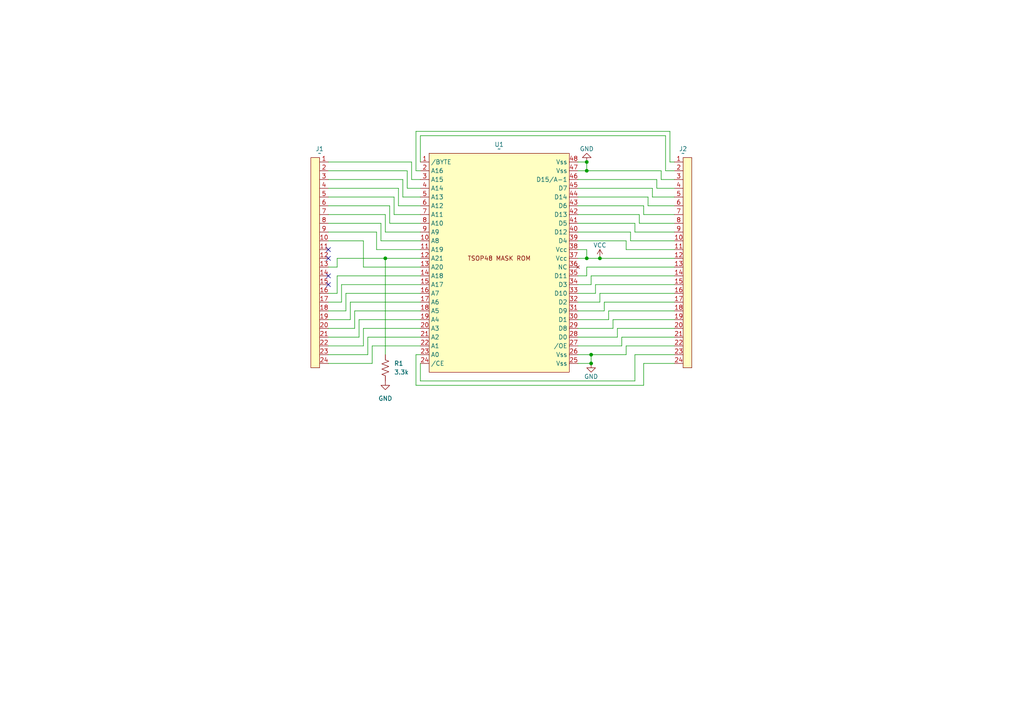
<source format=kicad_sch>
(kicad_sch (version 20230121) (generator eeschema)
  (paper "A4")
  (lib_symbols
    (symbol "Device:R_US" (pin_numbers hide) (pin_names (offset 0))
      (property "Reference" "R" (at 2.54 0 90))
      (property "Value" "R_US" (at -2.54 0 90))
      (symbol "R_US_0_1"
        (polyline (pts (xy 0 -2.286) (xy 0 -2.54)))
        (polyline (pts (xy 0 2.286) (xy 0 2.54)))
        (polyline (pts (xy 0 -0.762) (xy 1.016 -1.143) (xy 0 -1.524) (xy -1.016 -1.905) (xy 0 -2.286)))
        (polyline (pts (xy 0 0.762) (xy 1.016 0.381) (xy 0 0) (xy -1.016 -0.381) (xy 0 -0.762)))
        (polyline (pts (xy 0 2.286) (xy 1.016 1.905) (xy 0 1.524) (xy -1.016 1.143) (xy 0 0.762)))
      )
      (symbol "R_US_1_1"
        (pin passive line (at 0 3.81 270) (length 1.27) (name "~") (number "1"))
        (pin passive line (at 0 -3.81 90) (length 1.27) (name "~") (number "2"))
      )
    )
    (symbol "connector_1"
      (property "Reference" "J" (at 0 0 0))
      (symbol "connector_1_1_1"
        (rectangle (start 0 -1.27) (end 2.54 -62.23) (fill (type background)))
        (pin unspecified line (at -2.54 -2.54 0) (length 2.54) (name "") (number "1"))
        (pin unspecified line (at -2.54 -25.4 0) (length 2.54) (name "") (number "10"))
        (pin unspecified line (at -2.54 -27.94 0) (length 2.54) (name "") (number "11"))
        (pin unspecified line (at -2.54 -30.48 0) (length 2.54) (name "") (number "12"))
        (pin unspecified line (at -2.54 -33.02 0) (length 2.54) (name "") (number "13"))
        (pin unspecified line (at -2.54 -35.56 0) (length 2.54) (name "") (number "14"))
        (pin unspecified line (at -2.54 -38.1 0) (length 2.54) (name "") (number "15"))
        (pin unspecified line (at -2.54 -40.64 0) (length 2.54) (name "") (number "16"))
        (pin unspecified line (at -2.54 -43.18 0) (length 2.54) (name "") (number "17"))
        (pin unspecified line (at -2.54 -45.72 0) (length 2.54) (name "") (number "18"))
        (pin unspecified line (at -2.54 -48.26 0) (length 2.54) (name "") (number "19"))
        (pin unspecified line (at -2.54 -5.08 0) (length 2.54) (name "") (number "2"))
        (pin unspecified line (at -2.54 -50.8 0) (length 2.54) (name "") (number "20"))
        (pin unspecified line (at -2.54 -53.34 0) (length 2.54) (name "") (number "21"))
        (pin unspecified line (at -2.54 -55.88 0) (length 2.54) (name "") (number "22"))
        (pin unspecified line (at -2.54 -58.42 0) (length 2.54) (name "") (number "23"))
        (pin unspecified line (at -2.54 -60.96 0) (length 2.54) (name "") (number "24"))
        (pin unspecified line (at -2.54 -7.62 0) (length 2.54) (name "") (number "3"))
        (pin unspecified line (at -2.54 -10.16 0) (length 2.54) (name "") (number "4"))
        (pin unspecified line (at -2.54 -12.7 0) (length 2.54) (name "") (number "5"))
        (pin unspecified line (at -2.54 -15.24 0) (length 2.54) (name "") (number "6"))
        (pin unspecified line (at -2.54 -17.78 0) (length 2.54) (name "") (number "7"))
        (pin unspecified line (at -2.54 -20.32 0) (length 2.54) (name "") (number "8"))
        (pin unspecified line (at -2.54 -22.86 0) (length 2.54) (name "") (number "9"))
      )
    )
    (symbol "power:GND" (power) (pin_names (offset 0))
      (property "Value" "GND" (at 0 -3.81 0))
      (symbol "GND_0_1"
        (polyline (pts (xy 0 0) (xy 0 -1.27) (xy 1.27 -1.27) (xy 0 -2.54) (xy -1.27 -1.27) (xy 0 -1.27)))
      )
      (symbol "GND_1_1"
        (pin power_in line (at 0 0 270) (length 0) hide (name "GND") (number "1"))
      )
    )
    (symbol "power:VCC" (power) (pin_names (offset 0))
      (property "Value" "VCC" (at 0 3.81 0))
      (symbol "VCC_0_1"
        (polyline (pts (xy -0.762 1.27) (xy 0 2.54)))
        (polyline (pts (xy 0 0) (xy 0 2.54)))
        (polyline (pts (xy 0 2.54) (xy 0.762 1.27)))
      )
      (symbol "VCC_1_1"
        (pin power_in line (at 0 0 90) (length 0) hide (name "VCC") (number "1"))
      )
    )
    (symbol "tl866-tsop-mrom:connector"
      (property "Reference" "J" (at 0 0 0))
      (symbol "connector_1_1"
        (rectangle (start 0 -1.27) (end 2.54 -62.23) (fill (type background)))
        (pin unspecified line (at -2.54 -2.54 0) (length 2.54) (name "") (number "1"))
        (pin unspecified line (at -2.54 -25.4 0) (length 2.54) (name "") (number "10"))
        (pin unspecified line (at -2.54 -27.94 0) (length 2.54) (name "") (number "11"))
        (pin unspecified line (at -2.54 -30.48 0) (length 2.54) (name "") (number "12"))
        (pin unspecified line (at -2.54 -33.02 0) (length 2.54) (name "") (number "13"))
        (pin unspecified line (at -2.54 -35.56 0) (length 2.54) (name "") (number "14"))
        (pin unspecified line (at -2.54 -38.1 0) (length 2.54) (name "") (number "15"))
        (pin unspecified line (at -2.54 -40.64 0) (length 2.54) (name "") (number "16"))
        (pin unspecified line (at -2.54 -43.18 0) (length 2.54) (name "") (number "17"))
        (pin unspecified line (at -2.54 -45.72 0) (length 2.54) (name "") (number "18"))
        (pin unspecified line (at -2.54 -48.26 0) (length 2.54) (name "") (number "19"))
        (pin unspecified line (at -2.54 -5.08 0) (length 2.54) (name "") (number "2"))
        (pin unspecified line (at -2.54 -50.8 0) (length 2.54) (name "") (number "20"))
        (pin unspecified line (at -2.54 -53.34 0) (length 2.54) (name "") (number "21"))
        (pin unspecified line (at -2.54 -55.88 0) (length 2.54) (name "") (number "22"))
        (pin unspecified line (at -2.54 -58.42 0) (length 2.54) (name "") (number "23"))
        (pin unspecified line (at -2.54 -60.96 0) (length 2.54) (name "") (number "24"))
        (pin unspecified line (at -2.54 -7.62 0) (length 2.54) (name "") (number "3"))
        (pin unspecified line (at -2.54 -10.16 0) (length 2.54) (name "") (number "4"))
        (pin unspecified line (at -2.54 -12.7 0) (length 2.54) (name "") (number "5"))
        (pin unspecified line (at -2.54 -15.24 0) (length 2.54) (name "") (number "6"))
        (pin unspecified line (at -2.54 -17.78 0) (length 2.54) (name "") (number "7"))
        (pin unspecified line (at -2.54 -20.32 0) (length 2.54) (name "") (number "8"))
        (pin unspecified line (at -2.54 -22.86 0) (length 2.54) (name "") (number "9"))
      )
    )
    (symbol "tl866-tsop-mrom:tsop48_maskrom"
      (property "Reference" "U" (at 0 0 0))
      (symbol "tsop48_maskrom_1_1"
        (rectangle (start -20.32 -1.27) (end 20.32 -64.77) (fill (type background)))
        (text "TSOP48 MASK ROM" (at 0 -31.75 0) (effects (font (size 1.27 1.27))))
        (pin input line (at -22.86 -3.81 0) (length 2.54) (name "/BYTE") (number "1"))
        (pin input line (at -22.86 -26.67 0) (length 2.54) (name "A8") (number "10"))
        (pin input line (at -22.86 -29.21 0) (length 2.54) (name "A19") (number "11"))
        (pin input line (at -22.86 -31.75 0) (length 2.54) (name "A21") (number "12"))
        (pin input line (at -22.86 -34.29 0) (length 2.54) (name "A20") (number "13"))
        (pin input line (at -22.86 -36.83 0) (length 2.54) (name "A18") (number "14"))
        (pin input line (at -22.86 -39.37 0) (length 2.54) (name "A17") (number "15"))
        (pin input line (at -22.86 -41.91 0) (length 2.54) (name "A7") (number "16"))
        (pin input line (at -22.86 -44.45 0) (length 2.54) (name "A6") (number "17"))
        (pin input line (at -22.86 -46.99 0) (length 2.54) (name "A5") (number "18"))
        (pin input line (at -22.86 -49.53 0) (length 2.54) (name "A4") (number "19"))
        (pin input line (at -22.86 -6.35 0) (length 2.54) (name "A16") (number "2"))
        (pin input line (at -22.86 -52.07 0) (length 2.54) (name "A3") (number "20"))
        (pin input line (at -22.86 -54.61 0) (length 2.54) (name "A2") (number "21"))
        (pin input line (at -22.86 -57.15 0) (length 2.54) (name "A1") (number "22"))
        (pin input line (at -22.86 -59.69 0) (length 2.54) (name "A0") (number "23"))
        (pin input line (at -22.86 -62.23 0) (length 2.54) (name "/CE") (number "24"))
        (pin power_in line (at 22.86 -62.23 180) (length 2.54) (name "Vss") (number "25"))
        (pin power_in line (at 22.86 -59.69 180) (length 2.54) (name "Vss") (number "26"))
        (pin input line (at 22.86 -57.15 180) (length 2.54) (name "/OE") (number "27"))
        (pin tri_state line (at 22.86 -54.61 180) (length 2.54) (name "D0") (number "28"))
        (pin tri_state line (at 22.86 -52.07 180) (length 2.54) (name "D8") (number "29"))
        (pin input line (at -22.86 -8.89 0) (length 2.54) (name "A15") (number "3"))
        (pin tri_state line (at 22.86 -49.53 180) (length 2.54) (name "D1") (number "30"))
        (pin tri_state line (at 22.86 -46.99 180) (length 2.54) (name "D9") (number "31"))
        (pin tri_state line (at 22.86 -44.45 180) (length 2.54) (name "D2") (number "32"))
        (pin tri_state line (at 22.86 -41.91 180) (length 2.54) (name "D10") (number "33"))
        (pin tri_state line (at 22.86 -39.37 180) (length 2.54) (name "D3") (number "34"))
        (pin tri_state line (at 22.86 -36.83 180) (length 2.54) (name "D11") (number "35"))
        (pin no_connect line (at 22.86 -34.29 180) (length 2.54) (name "NC") (number "36"))
        (pin power_in line (at 22.86 -31.75 180) (length 2.54) (name "Vcc") (number "37"))
        (pin power_in line (at 22.86 -29.21 180) (length 2.54) (name "Vcc") (number "38"))
        (pin tri_state line (at 22.86 -26.67 180) (length 2.54) (name "D4") (number "39"))
        (pin input line (at -22.86 -11.43 0) (length 2.54) (name "A14") (number "4"))
        (pin tri_state line (at 22.86 -24.13 180) (length 2.54) (name "D12") (number "40"))
        (pin tri_state line (at 22.86 -21.59 180) (length 2.54) (name "D5") (number "41"))
        (pin tri_state line (at 22.86 -19.05 180) (length 2.54) (name "D13") (number "42"))
        (pin tri_state line (at 22.86 -16.51 180) (length 2.54) (name "D6") (number "43"))
        (pin tri_state line (at 22.86 -13.97 180) (length 2.54) (name "D14") (number "44"))
        (pin tri_state line (at 22.86 -11.43 180) (length 2.54) (name "D7") (number "45"))
        (pin tri_state line (at 22.86 -8.89 180) (length 2.54) (name "D15/A-1") (number "46"))
        (pin power_in line (at 22.86 -6.35 180) (length 2.54) (name "Vss") (number "47"))
        (pin power_in line (at 22.86 -3.81 180) (length 2.54) (name "Vss") (number "48"))
        (pin input line (at -22.86 -13.97 0) (length 2.54) (name "A13") (number "5"))
        (pin input line (at -22.86 -16.51 0) (length 2.54) (name "A12") (number "6"))
        (pin input line (at -22.86 -19.05 0) (length 2.54) (name "A11") (number "7"))
        (pin input line (at -22.86 -21.59 0) (length 2.54) (name "A10") (number "8"))
        (pin input line (at -22.86 -24.13 0) (length 2.54) (name "A9") (number "9"))
      )
    )
  )
  (junction (at 171.45 102.87))
  (junction (at 170.18 46.99))
  (junction (at 170.18 74.93))
  (junction (at 111.76 74.93))
  (junction (at 170.18 49.53))
  (junction (at 173.99 74.93))
  (junction (at 171.45 105.41))
  (no_connect (at 95.25 72.39))
  (no_connect (at 95.25 74.93))
  (no_connect (at 95.25 82.55))
  (no_connect (at 95.25 80.01))
  (wire (pts (xy 186.69 59.69) (xy 186.69 62.23)))
  (wire (pts (xy 114.3 62.23) (xy 114.3 57.15)))
  (wire (pts (xy 121.92 62.23) (xy 114.3 62.23)))
  (wire (pts (xy 121.92 77.47) (xy 105.41 77.47)))
  (wire (pts (xy 176.53 92.71) (xy 167.64 92.71)))
  (wire (pts (xy 105.41 69.85) (xy 95.25 69.85)))
  (wire (pts (xy 102.87 90.17) (xy 102.87 95.25)))
  (wire (pts (xy 95.25 102.87) (xy 106.68 102.87)))
  (wire (pts (xy 120.65 38.1) (xy 194.31 38.1)))
  (wire (pts (xy 170.18 77.47) (xy 195.58 77.47)))
  (wire (pts (xy 177.8 92.71) (xy 177.8 95.25)))
  (wire (pts (xy 116.84 57.15) (xy 116.84 52.07)))
  (wire (pts (xy 175.26 87.63) (xy 175.26 90.17)))
  (wire (pts (xy 195.58 82.55) (xy 172.72 82.55)))
  (wire (pts (xy 184.15 67.31) (xy 195.58 67.31)))
  (wire (pts (xy 111.76 67.31) (xy 111.76 62.23)))
  (wire (pts (xy 121.92 59.69) (xy 115.57 59.69)))
  (wire (pts (xy 170.18 49.53) (xy 170.18 46.99)))
  (wire (pts (xy 185.42 64.77) (xy 195.58 64.77)))
  (wire (pts (xy 167.64 72.39) (xy 170.18 72.39)))
  (wire (pts (xy 195.58 97.79) (xy 180.34 97.79)))
  (wire (pts (xy 167.64 67.31) (xy 182.88 67.31)))
  (wire (pts (xy 111.76 62.23) (xy 95.25 62.23)))
  (wire (pts (xy 95.25 92.71) (xy 101.6 92.71)))
  (wire (pts (xy 97.79 80.01) (xy 97.79 85.09)))
  (wire (pts (xy 170.18 74.93) (xy 170.18 72.39)))
  (wire (pts (xy 187.96 57.15) (xy 187.96 59.69)))
  (wire (pts (xy 121.92 100.33) (xy 107.95 100.33)))
  (wire (pts (xy 121.92 85.09) (xy 100.33 85.09)))
  (wire (pts (xy 121.92 69.85) (xy 110.49 69.85)))
  (wire (pts (xy 121.92 49.53) (xy 120.65 49.53)))
  (wire (pts (xy 121.92 97.79) (xy 106.68 97.79)))
  (wire (pts (xy 121.92 105.41) (xy 121.92 110.49)))
  (wire (pts (xy 95.25 87.63) (xy 99.06 87.63)))
  (wire (pts (xy 194.31 46.99) (xy 195.58 46.99)))
  (wire (pts (xy 95.25 54.61) (xy 115.57 54.61)))
  (wire (pts (xy 167.64 62.23) (xy 185.42 62.23)))
  (wire (pts (xy 173.99 74.93) (xy 170.18 74.93)))
  (wire (pts (xy 167.64 52.07) (xy 190.5 52.07)))
  (wire (pts (xy 114.3 57.15) (xy 95.25 57.15)))
  (wire (pts (xy 189.23 57.15) (xy 195.58 57.15)))
  (wire (pts (xy 195.58 100.33) (xy 181.61 100.33)))
  (wire (pts (xy 171.45 82.55) (xy 167.64 82.55)))
  (wire (pts (xy 171.45 102.87) (xy 171.45 105.41)))
  (wire (pts (xy 167.64 64.77) (xy 184.15 64.77)))
  (wire (pts (xy 184.15 102.87) (xy 195.58 102.87)))
  (wire (pts (xy 167.64 69.85) (xy 181.61 69.85)))
  (wire (pts (xy 113.03 59.69) (xy 95.25 59.69)))
  (wire (pts (xy 181.61 102.87) (xy 171.45 102.87)))
  (wire (pts (xy 118.11 49.53) (xy 95.25 49.53)))
  (wire (pts (xy 121.92 64.77) (xy 113.03 64.77)))
  (wire (pts (xy 110.49 69.85) (xy 110.49 64.77)))
  (wire (pts (xy 171.45 102.87) (xy 167.64 102.87)))
  (wire (pts (xy 109.22 67.31) (xy 95.25 67.31)))
  (wire (pts (xy 121.92 54.61) (xy 118.11 54.61)))
  (wire (pts (xy 121.92 67.31) (xy 111.76 67.31)))
  (wire (pts (xy 167.64 57.15) (xy 187.96 57.15)))
  (wire (pts (xy 170.18 80.01) (xy 170.18 77.47)))
  (wire (pts (xy 184.15 110.49) (xy 184.15 102.87)))
  (wire (pts (xy 187.96 59.69) (xy 195.58 59.69)))
  (wire (pts (xy 167.64 80.01) (xy 170.18 80.01)))
  (wire (pts (xy 172.72 85.09) (xy 167.64 85.09)))
  (wire (pts (xy 179.07 97.79) (xy 167.64 97.79)))
  (wire (pts (xy 195.58 87.63) (xy 175.26 87.63)))
  (wire (pts (xy 172.72 82.55) (xy 172.72 85.09)))
  (wire (pts (xy 121.92 90.17) (xy 102.87 90.17)))
  (wire (pts (xy 120.65 102.87) (xy 120.65 111.76)))
  (wire (pts (xy 121.92 74.93) (xy 111.76 74.93)))
  (wire (pts (xy 167.64 54.61) (xy 189.23 54.61)))
  (wire (pts (xy 193.04 39.37) (xy 193.04 49.53)))
  (wire (pts (xy 109.22 72.39) (xy 109.22 67.31)))
  (wire (pts (xy 121.92 57.15) (xy 116.84 57.15)))
  (wire (pts (xy 190.5 54.61) (xy 195.58 54.61)))
  (wire (pts (xy 179.07 95.25) (xy 179.07 97.79)))
  (wire (pts (xy 193.04 49.53) (xy 195.58 49.53)))
  (wire (pts (xy 186.69 105.41) (xy 195.58 105.41)))
  (wire (pts (xy 104.14 92.71) (xy 104.14 97.79)))
  (wire (pts (xy 121.92 102.87) (xy 120.65 102.87)))
  (wire (pts (xy 195.58 85.09) (xy 173.99 85.09)))
  (wire (pts (xy 195.58 74.93) (xy 173.99 74.93)))
  (wire (pts (xy 121.92 72.39) (xy 109.22 72.39)))
  (wire (pts (xy 120.65 111.76) (xy 186.69 111.76)))
  (wire (pts (xy 99.06 82.55) (xy 99.06 87.63)))
  (wire (pts (xy 184.15 64.77) (xy 184.15 67.31)))
  (wire (pts (xy 111.76 74.93) (xy 97.79 74.93)))
  (wire (pts (xy 191.77 52.07) (xy 191.77 49.53)))
  (wire (pts (xy 95.25 85.09) (xy 97.79 85.09)))
  (wire (pts (xy 97.79 74.93) (xy 97.79 77.47)))
  (wire (pts (xy 97.79 77.47) (xy 95.25 77.47)))
  (wire (pts (xy 121.92 82.55) (xy 99.06 82.55)))
  (wire (pts (xy 181.61 72.39) (xy 195.58 72.39)))
  (wire (pts (xy 180.34 97.79) (xy 180.34 100.33)))
  (wire (pts (xy 177.8 95.25) (xy 167.64 95.25)))
  (wire (pts (xy 95.25 90.17) (xy 100.33 90.17)))
  (wire (pts (xy 121.92 46.99) (xy 121.92 39.37)))
  (wire (pts (xy 121.92 110.49) (xy 184.15 110.49)))
  (wire (pts (xy 186.69 62.23) (xy 195.58 62.23)))
  (wire (pts (xy 106.68 97.79) (xy 106.68 102.87)))
  (wire (pts (xy 185.42 62.23) (xy 185.42 64.77)))
  (wire (pts (xy 101.6 87.63) (xy 101.6 92.71)))
  (wire (pts (xy 182.88 69.85) (xy 195.58 69.85)))
  (wire (pts (xy 181.61 100.33) (xy 181.61 102.87)))
  (wire (pts (xy 105.41 77.47) (xy 105.41 69.85)))
  (wire (pts (xy 181.61 69.85) (xy 181.61 72.39)))
  (wire (pts (xy 173.99 87.63) (xy 167.64 87.63)))
  (wire (pts (xy 186.69 111.76) (xy 186.69 105.41)))
  (wire (pts (xy 113.03 64.77) (xy 113.03 59.69)))
  (wire (pts (xy 121.92 52.07) (xy 119.38 52.07)))
  (wire (pts (xy 110.49 64.77) (xy 95.25 64.77)))
  (wire (pts (xy 171.45 105.41) (xy 167.64 105.41)))
  (wire (pts (xy 121.92 92.71) (xy 104.14 92.71)))
  (wire (pts (xy 121.92 87.63) (xy 101.6 87.63)))
  (wire (pts (xy 118.11 54.61) (xy 118.11 49.53)))
  (wire (pts (xy 107.95 100.33) (xy 107.95 105.41)))
  (wire (pts (xy 180.34 100.33) (xy 167.64 100.33)))
  (wire (pts (xy 111.76 74.93) (xy 111.76 102.87)))
  (wire (pts (xy 115.57 59.69) (xy 115.57 54.61)))
  (wire (pts (xy 195.58 80.01) (xy 171.45 80.01)))
  (wire (pts (xy 195.58 95.25) (xy 179.07 95.25)))
  (wire (pts (xy 171.45 80.01) (xy 171.45 82.55)))
  (wire (pts (xy 170.18 74.93) (xy 167.64 74.93)))
  (wire (pts (xy 95.25 97.79) (xy 104.14 97.79)))
  (wire (pts (xy 105.41 95.25) (xy 105.41 100.33)))
  (wire (pts (xy 100.33 85.09) (xy 100.33 90.17)))
  (wire (pts (xy 95.25 105.41) (xy 107.95 105.41)))
  (wire (pts (xy 121.92 39.37) (xy 193.04 39.37)))
  (wire (pts (xy 173.99 85.09) (xy 173.99 87.63)))
  (wire (pts (xy 170.18 49.53) (xy 167.64 49.53)))
  (wire (pts (xy 116.84 52.07) (xy 95.25 52.07)))
  (wire (pts (xy 190.5 52.07) (xy 190.5 54.61)))
  (wire (pts (xy 176.53 90.17) (xy 176.53 92.71)))
  (wire (pts (xy 195.58 52.07) (xy 191.77 52.07)))
  (wire (pts (xy 194.31 38.1) (xy 194.31 46.99)))
  (wire (pts (xy 182.88 67.31) (xy 182.88 69.85)))
  (wire (pts (xy 95.25 95.25) (xy 102.87 95.25)))
  (wire (pts (xy 195.58 90.17) (xy 176.53 90.17)))
  (wire (pts (xy 167.64 59.69) (xy 186.69 59.69)))
  (wire (pts (xy 167.64 90.17) (xy 175.26 90.17)))
  (wire (pts (xy 120.65 49.53) (xy 120.65 38.1)))
  (wire (pts (xy 121.92 95.25) (xy 105.41 95.25)))
  (wire (pts (xy 119.38 46.99) (xy 95.25 46.99)))
  (wire (pts (xy 121.92 80.01) (xy 97.79 80.01)))
  (wire (pts (xy 170.18 46.99) (xy 167.64 46.99)))
  (wire (pts (xy 95.25 100.33) (xy 105.41 100.33)))
  (wire (pts (xy 191.77 49.53) (xy 170.18 49.53)))
  (wire (pts (xy 189.23 54.61) (xy 189.23 57.15)))
  (wire (pts (xy 119.38 52.07) (xy 119.38 46.99)))
  (wire (pts (xy 195.58 92.71) (xy 177.8 92.71)))
  (symbol (lib_id "power:GND") (at 111.76 110.49 0) (unit 1)
    (property "Reference" "#PWR04" (effects hide))
    (property "Value" "GND" (at 111.76 115.57 0))
  )
  (symbol (lib_id "Device:R_US") (at 111.76 106.68 0) (unit 1)
    (property "Reference" "R1" (at 114.3 105.41 0) (effects (justify left)))
    (property "Value" "3.3k" (at 114.3 107.95 0) (effects (justify left)))
    (property "Footprint" "Resistor_SMD:R_1206_3216Metric_Pad1.30x1.75mm_HandSolder" (effects hide))
  )
  (symbol (lib_id "tl866-tsop-mrom:tsop48_maskrom") (at 144.78 43.18 0) (unit 1)
    (property "Reference" "U1" (at 144.78 41.91 0))
    (property "Value" "~" (at 144.78 43.18 0))
    (property "Footprint" "tl866-tsop-mrom:TSOP48-0.5-OTS04_rev" (effects hide))
  )
  (symbol (lib_id "tl866-tsop-mrom:connector") (at 92.71 44.45 0) (mirror y) (unit 1)
    (property "Reference" "J1" (at 92.71 43.18 0))
    (property "Value" "~" (at 92.71 44.45 0))
    (property "Footprint" "Connector_PinSocket_2.54mm:PinSocket_2x12_P2.54mm_Vertical" (effects hide))
  )
  (symbol (lib_name "connector_1") (lib_id "tl866-tsop-mrom:connector") (at 198.12 44.45 0) (unit 1)
    (property "Reference" "J2" (at 198.12 43.18 0))
    (property "Value" "~" (at 198.12 44.45 0))
    (property "Footprint" "Connector_PinSocket_2.54mm:PinSocket_2x12_P2.54mm_Vertical" (effects hide))
  )
  (symbol (lib_id "power:GND") (at 170.18 46.99 0) (mirror x) (unit 1)
    (property "Reference" "#PWR03" (effects hide))
    (property "Value" "GND" (at 170.18 43.18 0))
  )
  (symbol (lib_id "power:GND") (at 171.45 105.41 0) (unit 1)
    (property "Reference" "#PWR02" (effects hide))
    (property "Value" "GND" (at 171.45 109.22 0))
  )
  (symbol (lib_id "power:VCC") (at 173.99 74.93 0) (unit 1)
    (property "Reference" "#PWR01" (effects hide))
    (property "Value" "VCC" (at 173.99 71.12 0))
  )
)
</source>
